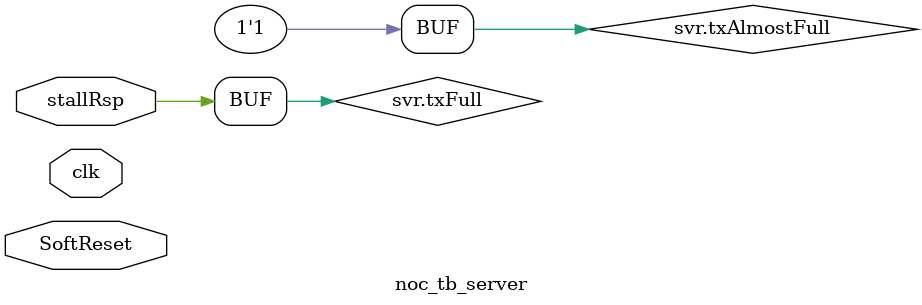
<source format=sv>
`include "active_msg.vh"
`include "channel_if.vh"

`define CEILING(x,y) (((x) + (y) - 1) / (y))

module client_epig_shim#(SDARG_BITS=32,DATA_BITS=512)
   (
	input logic clk,
	input logic SoftReset,

	server.svr svr2fl,
        channel_if.tx tx,
        channel_if.rx rx
   );

    localparam WIDTH = DATA_BITS+6*SDARG_BITS;
    logic [WIDTH-1:0]      msg_out;
    logic [SDARG_BITS-1:0] hdr_out;
    logic [SDARG_BITS-1:0] chn_out;
    logic empty_N;
    logic full_N;

    assign svr2fl.txFull = ~tx.ready;
    assign svr2fl.txAlmostFull = tx.almost_full;
    assign tx.valid   = svr2fl.txP.tx;
    assign tx.data    = svr2fl.txP.tx_msg.data;
    assign tx.channel = svr2fl.txP.tx_msg.head.arg2;
    assign tx.empty   = svr2fl.txP.tx_msg.head.arg3[7:2];
    assign tx.eop     = svr2fl.txP.tx_msg.head.arg3[1];
    assign tx.sop     = svr2fl.txP.tx_msg.head.arg3[0];

    assign svr2fl.rxP.rx_msg.head.arg2 = chn_out;
    assign svr2fl.rxP.rx_msg.head.arg3 = hdr_out;
    assign svr2fl.rxP.rx_msg.data      = msg_out;
    assign svr2fl.rxP.rxEmpty          = ~empty_N;
    assign rx.ready = full_N;
    assign rx.almost_full = ~full_N;

    FIFO2 #(.width(SDARG_BITS), .guarded(32'd0)) conv_chnlQ
           (.RST(~SoftReset),
            .CLK(clk),
 
            .D_IN({SDARG_BITS{1'b0}}|{rx.channel}),
            .ENQ(rx.valid&full_N),
            .DEQ(svr2fl.rxPop),
            .CLR(1'b0),
            .D_OUT(chn_out),
            .FULL_N(),
            .EMPTY_N());
    FIFO2 #(.width(SDARG_BITS), .guarded(32'd0)) conv_hdrQ
           (.RST(~SoftReset),
            .CLK(clk),
 
            .D_IN({SDARG_BITS{1'b0}}|{rx.empty,rx.eop,rx.sop}),
            .ENQ(rx.valid&full_N),
            .DEQ(svr2fl.rxPop),
            .CLR(1'b0),
            .D_OUT(hdr_out),
            .FULL_N(),
            .EMPTY_N());
    FIFO2 #(.width(DATA_BITS), .guarded(32'd0)) conv_dataQ
           (.RST(~SoftReset),
            .CLK(clk),
 
            .D_IN(rx.data),
            .ENQ(rx.valid&full_N),
            .DEQ(svr2fl.rxPop),
            .CLR(1'b0),
            .D_OUT(msg_out),
            .FULL_N(full_N),
            .EMPTY_N(empty_N));

endmodule
module server_epig_shim#(SDARG_BITS=32,DATA_BITS=512) 
   (
	input logic clk,
	input logic SoftReset,

	server.clt fl2clt,
        channel_if.tx tx,
        channel_if.rx rx
   );

    assign rx.ready = ~fl2clt.txFull;
    assign rx.almost_full = fl2clt.txAlmostFull;
    assign fl2clt.txP.tx = rx.valid /*& ~fl2clt.txFull*/;
    assign fl2clt.txP.tx_msg.data = rx.data;
    assign fl2clt.txP.tx_msg.head.arg2 = rx.channel;
    assign fl2clt.txP.tx_msg.head.arg3 = {SDARG_BITS{1'b0}}|{rx.empty,rx.eop,rx.sop};

    assign tx.data      = fl2clt.rxP.rx_msg.data;
    assign tx.channel   = fl2clt.rxP.rx_msg.head.arg2;
    assign tx.sop       = fl2clt.rxP.rx_msg.head.arg3[0];
    assign tx.eop       = fl2clt.rxP.rx_msg.head.arg3[1];
    assign tx.empty     = fl2clt.rxP.rx_msg.head.arg3[7:2];
    assign tx.valid     = ~fl2clt.rxP.rxEmpty;
    assign fl2clt.rxPop = /*~fl2clt.rxP.rxEmpty &*/ tx.ready;

endmodule
//module client_epig_shim_fifo#(SDARG_BITS=32,DATA_BITS=512,DEPTH=512,AF_LVL=490)
//   (
//	input logic clk,
//	input logic SoftReset,
//
//	server.svr svr2fl,
//        channel_if.tx tx,
//        channel_if.rx rx
//   );
//
//    localparam WIDTH = DATA_BITS+6*SDARG_BITS;
//    logic [WIDTH-1:0]      msg_out;
//    logic [SDARG_BITS-1:0] hdr_out;
//    logic [SDARG_BITS-1:0] chn_out;
//    logic empty_N;
//    logic full_N;
//
//    assign svr2fl.txFull = ~tx.ready;
//    assign tx.valid   = svr2fl.txP.tx;
//    assign tx.data    = svr2fl.txP.tx_msg.data;
//    assign tx.channel = svr2fl.txP.tx_msg.head.arg2;
//    assign tx.empty   = svr2fl.txP.tx_msg.head.arg3[7:2];
//    assign tx.eop     = svr2fl.txP.tx_msg.head.arg3[1];
//    assign tx.sop     = svr2fl.txP.tx_msg.head.arg3[0];
//
//    assign svr2fl.rxP.rx_msg.head.arg2 = chn_out;
//    assign svr2fl.rxP.rx_msg.head.arg3 = hdr_out;
//    assign svr2fl.rxP.rx_msg.data      = msg_out;
//    assign svr2fl.rxP.rxEmpty          = ~empty_N;
//    assign rx.ready = full_N;
//
//    SizedFIFO_almost_full #(.p1width(SDARG_BITS),
//                            .p2depth(DEPTH),
//                            .p3cntr_width($clog2(DEPTH)),
//                            .afvalue(AF_LVL),
//                            .guarded(32'd0)) conv_chnlQ
//           (.RST(~SoftReset),
//            .CLK(clk),
// 
//            .D_IN({SDARG_BITS{1'b0}}|{rx.channel}),
//            .ENQ(rx.valid&full_N),
//            .DEQ(svr2fl.rxPop),
//            .CLR(1'b0),
//            .D_OUT(chn_out),
//            .FULL_N(),
//            .EMPTY_N());
//    SizedFIFO_almost_full #(.p1width(SDARG_BITS),
//                            .p2depth(DEPTH),
//                            .p3cntr_width($clog2(DEPTH)),
//                            .afvalue(AF_LVL),
//                            .guarded(32'd0)) conv_hdrQ
//           (.RST(~SoftReset),
//            .CLK(clk),
// 
//            .D_IN({SDARG_BITS{1'b0}}|{rx.empty,rx.eop,rx.sop}),
//            .ENQ(rx.valid&full_N),
//            .DEQ(svr2fl.rxPop),
//            .CLR(1'b0),
//            .D_OUT(hdr_out),
//            .FULL_N(),
//            .EMPTY_N());
//    SizedFIFO_almost_full #(.p1width(DATA_BITS),
//                            .p2depth(DEPTH),
//                            .p3cntr_width($clog2(DEPTH)),
//                            .afvalue(AF_LVL),
//                            .guarded(32'd0)) conv_dataQ
//           (.RST(~SoftReset),
//            .CLK(clk),
// 
//            .D_IN(rx.data),
//            .ENQ(rx.valid&full_N),
//            .DEQ(svr2fl.rxPop),
//            .CLR(1'b0),
//            .D_OUT(msg_out),
//            .ALM_FULL(rx.almost_full),
//            .FULL_N(full_N),
//            .EMPTY_N(empty_N));
//
//endmodule
//module server_epig_shim_fifo#(SDARG_BITS=32,DATA_BITS=512,DEPTH=512,AF_LVL=490) 
//   (
//	input logic clk,
//	input logic SoftReset,
//
//	server.clt fl2clt,
//        channel_if.tx tx,
//        channel_if.rx rx
//   );
//
//    logic full_N, empty_N;
//
//    assign rx.ready = full_N;
//    assign fl2clt.txP.tx = empty_N & ~fl2clt.txFull;
//    //assign rx.almost_full = 1'b1;
//    //assign fl2clt.txP.tx = rx.valid & ~fl2clt.txFull;
//    //assign fl2clt.txP.tx_msg.data = rx.data;
//    //assign fl2clt.txP.tx_msg.head.arg2 = rx.channel;
//    //assign fl2clt.txP.tx_msg.head.arg3 = {SDARG_BITS{1'b0}}|{rx.empty,rx.eop,rx.sop};
//
//    SizedFIFO_almost_full #(.p1width(SDARG_BITS),
//                            .p2depth(DEPTH),
//                            .p3cntr_width($clog2(DEPTH)),
//                            .afvalue(AF_LVL),
//                            .guarded(32'd0)) conv_chnlQ
//           (.RST(~SoftReset),
//            .CLK(clk),
// 
//            .D_IN({SDARG_BITS{1'b0}}|{rx.channel}),
//            .ENQ(rx.valid&full_N),
//            .DEQ(~fl2clt.txFull&empty_N),
//            .CLR(1'b0),
//            .D_OUT(fl2clt.txP.tx_msg.head.arg2),
//            .FULL_N(),
//            .EMPTY_N());
//    SizedFIFO_almost_full #(.p1width(SDARG_BITS),
//                            .p2depth(DEPTH),
//                            .p3cntr_width($clog2(DEPTH)),
//                            .afvalue(AF_LVL),
//                            .guarded(32'd0)) conv_hdrQ
//           (.RST(~SoftReset),
//            .CLK(clk),
// 
//            .D_IN({SDARG_BITS{1'b0}}|{rx.empty,rx.eop,rx.sop}),
//            .ENQ(rx.valid&full_N),
//            .DEQ(~fl2clt.txFull&empty_N),
//            .CLR(1'b0),
//            .D_OUT(fl2clt.txP.tx_msg.head.arg3),
//            .FULL_N(),
//            .EMPTY_N());
//    SizedFIFO_almost_full #(.p1width(DATA_BITS),
//                            .p2depth(DEPTH),
//                            .p3cntr_width($clog2(DEPTH)),
//                            .afvalue(AF_LVL),
//                            .guarded(32'd0)) conv_dataQ
//           (.RST(~SoftReset),
//            .CLK(clk),
// 
//            .D_IN(rx.data),
//            .ENQ(rx.valid&full_N),
//            .DEQ(~fl2clt.txFull&empty_N),
//            .CLR(1'b0),
//            .D_OUT(fl2clt.txP.tx_msg.data),
//            .ALM_FULL(rx.almost_full),
//            .FULL_N(full_N),
//            .EMPTY_N(empty_N));
//
//    assign tx.data      = fl2clt.rxP.rx_msg.data;
//    assign tx.channel   = fl2clt.rxP.rx_msg.head.arg2;
//    assign tx.sop       = fl2clt.rxP.rx_msg.head.arg3[0];
//    assign tx.eop       = fl2clt.rxP.rx_msg.head.arg3[1];
//    assign tx.empty     = fl2clt.rxP.rx_msg.head.arg3[7:2];
//    assign tx.valid     = ~fl2clt.rxP.rxEmpty;
//    assign fl2clt.rxPop = ~fl2clt.rxP.rxEmpty & tx.ready;
//
//endmodule


// Inject to requests
module noc_tb_client
   (
	input logic clk,
	input logic SoftReset,

	input logic sendReq,

    server.clt clt
   );

  	reg [31:0] cycle;
  	reg [31:0] i_ctr, o_ctr;
    always_ff @(posedge clk) begin
      if(SoftReset) begin
        i_ctr <= 32'd0;
        o_ctr <= 32'd0;
      end else begin
	if (clt.txP.tx) i_ctr <= i_ctr + 1;
	if (!clt.rxP.rxEmpty) o_ctr <= o_ctr + 1;
      end
    end

    always_ff @(posedge clk) begin
      if(SoftReset) begin
        clt.txP.tx <= 0;
        clt.txP.tx_msg <= 'b0;
      end else begin
    //always_comb begin 
        clt.txP.tx <= sendReq&&!clt.txFull;
        clt.txP.tx_msg.data <= {4{128'hbeef_cafe_0000_face_feed_0000_dead_face}};
      	if(clt.txFull&&clt.txP.tx) begin 
           $display("%m, @%3d: ERROR: Send while full!", cycle);
      	end
      	if(clt.txAlmostFull) begin 
           $display("%m, @%3d: WARN: Almost full!", cycle);
      	end
      	if(clt.txP.tx) begin // valid flit
           $display("%m, @%3d: Passing injected flit %d.", cycle,i_ctr+1);
      	end
      end
    end

    assign clt.rxPop = !clt.rxP.rxEmpty;
    always_ff @(posedge clk) begin
      if (SoftReset) cycle <= 0;
      else cycle <= cycle + 1;
      if(!clt.rxP.rxEmpty) begin // valid flit
        $display("%m, @%3d: Ejecting flit %d - %x.", cycle,o_ctr+1,clt.rxP.rx_msg.data);
      end
    end
endmodule

// Respond to requests
module noc_tb_server
   (
	input logic clk,
	input logic SoftReset,

        input logic stallRsp,

	server.svr svr
   );

  	reg [31:0] cycle;
    always_ff @(posedge clk) begin
      if (SoftReset) cycle <= 0;
      else cycle <= cycle + 1;
    end

   	assign svr.txFull = stallRsp;
   	assign svr.txAlmostFull = 1'b1;
   	always_ff @(posedge clk) begin
   		if(SoftReset) begin
   			svr.rxP.rxEmpty <= 1'b1;
                        svr.rxP.rx_msg <= 'b0;
   		end else begin
                        svr.rxP.rx_msg.head.srcid <= svr.txP.tx_msg.head.dstid;
                        svr.rxP.rxEmpty <= !svr.txP.tx;
                        svr.rxP.rx_msg.head.dstid <= svr.txP.tx_msg.head.srcid;
   			svr.rxP.rx_msg.data <= svr.txP.tx_msg.data;
   			if (svr.txP.tx) begin
        		$display("%m, @%3d: Serving flit data %x.", cycle, svr.txP.tx_msg.data[255:0]);
    		end
   		end
   end

endmodule

</source>
